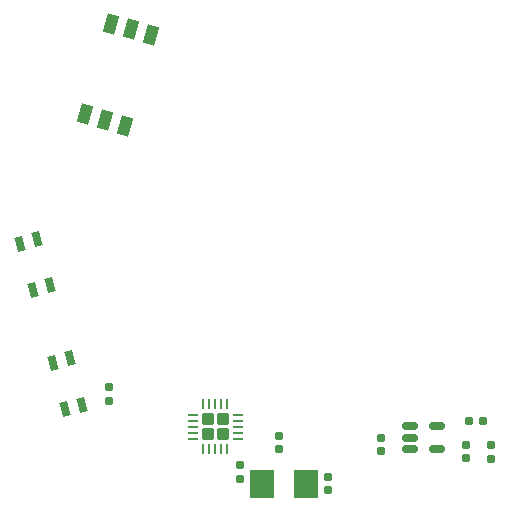
<source format=gbr>
%TF.GenerationSoftware,KiCad,Pcbnew,(7.0.0)*%
%TF.CreationDate,2023-05-27T11:40:30+01:00*%
%TF.ProjectId,right,72696768-742e-46b6-9963-61645f706362,rev?*%
%TF.SameCoordinates,Original*%
%TF.FileFunction,Paste,Bot*%
%TF.FilePolarity,Positive*%
%FSLAX46Y46*%
G04 Gerber Fmt 4.6, Leading zero omitted, Abs format (unit mm)*
G04 Created by KiCad (PCBNEW (7.0.0)) date 2023-05-27 11:40:30*
%MOMM*%
%LPD*%
G01*
G04 APERTURE LIST*
G04 Aperture macros list*
%AMRoundRect*
0 Rectangle with rounded corners*
0 $1 Rounding radius*
0 $2 $3 $4 $5 $6 $7 $8 $9 X,Y pos of 4 corners*
0 Add a 4 corners polygon primitive as box body*
4,1,4,$2,$3,$4,$5,$6,$7,$8,$9,$2,$3,0*
0 Add four circle primitives for the rounded corners*
1,1,$1+$1,$2,$3*
1,1,$1+$1,$4,$5*
1,1,$1+$1,$6,$7*
1,1,$1+$1,$8,$9*
0 Add four rect primitives between the rounded corners*
20,1,$1+$1,$2,$3,$4,$5,0*
20,1,$1+$1,$4,$5,$6,$7,0*
20,1,$1+$1,$6,$7,$8,$9,0*
20,1,$1+$1,$8,$9,$2,$3,0*%
%AMRotRect*
0 Rectangle, with rotation*
0 The origin of the aperture is its center*
0 $1 length*
0 $2 width*
0 $3 Rotation angle, in degrees counterclockwise*
0 Add horizontal line*
21,1,$1,$2,0,0,$3*%
G04 Aperture macros list end*
%ADD10RotRect,1.244600X0.660400X285.000000*%
%ADD11RoundRect,0.155000X-0.155000X0.212500X-0.155000X-0.212500X0.155000X-0.212500X0.155000X0.212500X0*%
%ADD12RoundRect,0.155000X0.155000X-0.212500X0.155000X0.212500X-0.155000X0.212500X-0.155000X-0.212500X0*%
%ADD13RoundRect,0.150000X-0.512500X-0.150000X0.512500X-0.150000X0.512500X0.150000X-0.512500X0.150000X0*%
%ADD14RoundRect,0.250000X-0.275000X0.275000X-0.275000X-0.275000X0.275000X-0.275000X0.275000X0.275000X0*%
%ADD15RoundRect,0.062500X-0.062500X0.362500X-0.062500X-0.362500X0.062500X-0.362500X0.062500X0.362500X0*%
%ADD16RoundRect,0.062500X-0.362500X0.062500X-0.362500X-0.062500X0.362500X-0.062500X0.362500X0.062500X0*%
%ADD17RotRect,1.600000X1.000000X254.101000*%
%ADD18RoundRect,0.160000X-0.197500X-0.160000X0.197500X-0.160000X0.197500X0.160000X-0.197500X0.160000X0*%
%ADD19RoundRect,0.160000X-0.160000X0.197500X-0.160000X-0.197500X0.160000X-0.197500X0.160000X0.197500X0*%
%ADD20R,2.000000X2.400000*%
G04 APERTURE END LIST*
D10*
%TO.C,SW3*%
X30145102Y-86471746D03*
X31196942Y-90397269D03*
X31574674Y-86088693D03*
X32626514Y-90014216D03*
%TD*%
D11*
%TO.C,C5*%
X65100000Y-93432500D03*
X65100000Y-94567500D03*
%TD*%
D12*
%TO.C,C4*%
X57900000Y-93967500D03*
X57900000Y-92832500D03*
%TD*%
D13*
%TO.C,U2*%
X60362500Y-93750000D03*
X60362500Y-92800000D03*
X60362500Y-91850000D03*
X62637500Y-91850000D03*
X62637500Y-93750000D03*
%TD*%
D11*
%TO.C,C3*%
X49300000Y-92665000D03*
X49300000Y-93800000D03*
%TD*%
D10*
%TO.C,SW2*%
X27396450Y-76372988D03*
X28448290Y-80298511D03*
X28826022Y-75989935D03*
X29877862Y-79915458D03*
%TD*%
D14*
%TO.C,U1*%
X44550000Y-91225000D03*
X43250000Y-91225000D03*
X44550000Y-92525000D03*
X43250000Y-92525000D03*
D15*
X42900000Y-89950000D03*
X43400000Y-89950000D03*
X43900000Y-89950000D03*
X44400000Y-89950000D03*
X44900000Y-89950000D03*
D16*
X45825000Y-90875000D03*
X45825000Y-91375000D03*
X45825000Y-91875000D03*
X45825000Y-92375000D03*
X45825000Y-92875000D03*
D15*
X44900000Y-93800000D03*
X44400000Y-93800000D03*
X43900000Y-93800000D03*
X43400000Y-93800000D03*
X42900000Y-93800000D03*
D16*
X41975000Y-92875000D03*
X41975000Y-92375000D03*
X41975000Y-91875000D03*
X41975000Y-91375000D03*
X41975000Y-90875000D03*
%TD*%
D17*
%TO.C,SW1*%
X35057584Y-57741127D03*
X36740640Y-58220527D03*
X38423695Y-58699926D03*
X32866045Y-65435096D03*
X34549100Y-65914495D03*
X36232156Y-66393895D03*
%TD*%
D18*
%TO.C,R2*%
X65402500Y-91400000D03*
X66597500Y-91400000D03*
%TD*%
D19*
%TO.C,R1*%
X34900000Y-88502500D03*
X34900000Y-89697500D03*
%TD*%
D11*
%TO.C,C1*%
X53400000Y-96132500D03*
X53400000Y-97267500D03*
%TD*%
D19*
%TO.C,R3*%
X67200000Y-93402500D03*
X67200000Y-94597500D03*
%TD*%
D20*
%TO.C,Y1*%
X47849999Y-96699999D03*
X51549999Y-96699999D03*
%TD*%
D11*
%TO.C,C2*%
X46000000Y-95132500D03*
X46000000Y-96267500D03*
%TD*%
M02*

</source>
